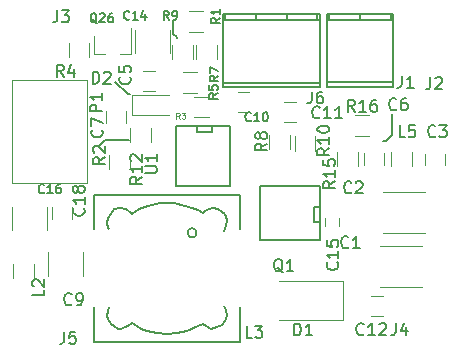
<source format=gto>
G04 #@! TF.GenerationSoftware,KiCad,Pcbnew,5.1.6-c6e7f7d~87~ubuntu20.04.1*
G04 #@! TF.CreationDate,2021-06-05T20:06:15-07:00*
G04 #@! TF.ProjectId,NixieSupply5vto170vDCMBoostMini,4e697869-6553-4757-9070-6c793576746f,rev?*
G04 #@! TF.SameCoordinates,Original*
G04 #@! TF.FileFunction,Legend,Top*
G04 #@! TF.FilePolarity,Positive*
%FSLAX46Y46*%
G04 Gerber Fmt 4.6, Leading zero omitted, Abs format (unit mm)*
G04 Created by KiCad (PCBNEW 5.1.6-c6e7f7d~87~ubuntu20.04.1) date 2021-06-05 20:06:15*
%MOMM*%
%LPD*%
G01*
G04 APERTURE LIST*
%ADD10C,0.200000*%
%ADD11C,0.120000*%
%ADD12C,0.150000*%
%ADD13C,0.125000*%
G04 APERTURE END LIST*
D10*
X150403560Y-84719160D02*
X150403560Y-84795360D01*
X150083520Y-84399120D02*
X150403560Y-84719160D01*
X150083520Y-83332320D02*
X150083520Y-84399120D01*
X146304000Y-89535000D02*
X146494500Y-89535000D01*
X145224500Y-88455500D02*
X146304000Y-89535000D01*
X144335500Y-93408500D02*
X143954500Y-93789500D01*
X146367500Y-93408500D02*
X144335500Y-93408500D01*
X168148000Y-93472000D02*
X167894000Y-93472000D01*
X168656000Y-92964000D02*
X168148000Y-93472000D01*
X168656000Y-91186000D02*
X168656000Y-92964000D01*
D11*
G04 #@! TO.C,Q26*
X143398120Y-86086220D02*
X143398120Y-84626220D01*
X146558120Y-86086220D02*
X146558120Y-83926220D01*
X146558120Y-86086220D02*
X145628120Y-86086220D01*
X143398120Y-86086220D02*
X144328120Y-86086220D01*
D12*
G04 #@! TO.C,U1*
X152146000Y-92710000D02*
X152146000Y-92202000D01*
X153416000Y-92710000D02*
X152146000Y-92710000D01*
X153416000Y-92202000D02*
X153416000Y-92710000D01*
X150368000Y-92202000D02*
X154940000Y-92202000D01*
X150368000Y-97282000D02*
X150368000Y-92202000D01*
X154940000Y-97282000D02*
X150368000Y-97282000D01*
X154940000Y-92202000D02*
X154940000Y-97282000D01*
D11*
G04 #@! TO.C,P1*
X136432000Y-88360000D02*
X142842000Y-88360000D01*
X142842000Y-97060000D02*
X136432000Y-97060000D01*
X142842000Y-88360000D02*
X142842000Y-97060000D01*
X136432000Y-88360000D02*
X136432000Y-97060000D01*
G04 #@! TO.C,R16*
X165516000Y-91322000D02*
X166716000Y-91322000D01*
X166716000Y-93082000D02*
X165516000Y-93082000D01*
G04 #@! TO.C,R15*
X163966000Y-95596000D02*
X163966000Y-94396000D01*
X165726000Y-94396000D02*
X165726000Y-95596000D01*
G04 #@! TO.C,R10*
X160397300Y-94300600D02*
X160397300Y-93100600D01*
X162157300Y-93100600D02*
X162157300Y-94300600D01*
G04 #@! TO.C,R8*
X158263700Y-94173600D02*
X158263700Y-92973600D01*
X160023700Y-92973600D02*
X160023700Y-94173600D01*
G04 #@! TO.C,R5*
X152154180Y-89401540D02*
X150954180Y-89401540D01*
X150954180Y-87641540D02*
X152154180Y-87641540D01*
G04 #@! TO.C,R3*
X153114300Y-91481800D02*
X151914300Y-91481800D01*
X151914300Y-89721800D02*
X153114300Y-89721800D01*
G04 #@! TO.C,R2*
X148200000Y-92364000D02*
X148200000Y-93564000D01*
X146440000Y-93564000D02*
X146440000Y-92364000D01*
G04 #@! TO.C,L5*
X170336100Y-94434100D02*
X170336100Y-95634100D01*
X168576100Y-95634100D02*
X168576100Y-94434100D01*
G04 #@! TO.C,L2*
X136523840Y-105105760D02*
X136523840Y-103905760D01*
X138283840Y-103905760D02*
X138283840Y-105105760D01*
G04 #@! TO.C,C15*
X164176000Y-99980000D02*
X164176000Y-100680000D01*
X162976000Y-100680000D02*
X162976000Y-99980000D01*
G04 #@! TO.C,C11*
X159520000Y-91909000D02*
X160520000Y-91909000D01*
X160520000Y-90209000D02*
X159520000Y-90209000D01*
G04 #@! TO.C,C7*
X146138000Y-91940000D02*
X146138000Y-90940000D01*
X144438000Y-90940000D02*
X144438000Y-91940000D01*
G04 #@! TO.C,C5*
X147582000Y-89242000D02*
X148582000Y-89242000D01*
X148582000Y-87542000D02*
X147582000Y-87542000D01*
D12*
G04 #@! TO.C,Q1*
X162052000Y-99060000D02*
X162560000Y-99060000D01*
X162052000Y-100330000D02*
X162052000Y-99060000D01*
X162560000Y-100330000D02*
X162052000Y-100330000D01*
X162560000Y-97282000D02*
X162560000Y-101854000D01*
X157480000Y-97282000D02*
X162560000Y-97282000D01*
X157480000Y-101854000D02*
X157480000Y-97282000D01*
X162560000Y-101854000D02*
X157480000Y-101854000D01*
D11*
G04 #@! TO.C,R4*
X143023480Y-85155480D02*
X143023480Y-86355480D01*
X141263480Y-86355480D02*
X141263480Y-85155480D01*
G04 #@! TO.C,C12*
X166886000Y-108292000D02*
X167886000Y-108292000D01*
X167886000Y-106592000D02*
X166886000Y-106592000D01*
G04 #@! TO.C,C6*
X167982000Y-95496000D02*
X167982000Y-94496000D01*
X166282000Y-94496000D02*
X166282000Y-95496000D01*
G04 #@! TO.C,D2*
X146608720Y-89584160D02*
X149758720Y-89584160D01*
X146608720Y-91284160D02*
X149758720Y-91284160D01*
X146608720Y-89584160D02*
X146608720Y-91284160D01*
G04 #@! TO.C,R7*
X152083880Y-86568840D02*
X152083880Y-85368840D01*
X153843880Y-85368840D02*
X153843880Y-86568840D01*
G04 #@! TO.C,R9*
X151771240Y-85338360D02*
X151771240Y-86538360D01*
X150011240Y-86538360D02*
X150011240Y-85338360D01*
G04 #@! TO.C,C18*
X141553300Y-100055300D02*
X141553300Y-99055300D01*
X139853300Y-99055300D02*
X139853300Y-100055300D01*
G04 #@! TO.C,R1*
X151421540Y-82492960D02*
X152621540Y-82492960D01*
X152621540Y-84252960D02*
X151421540Y-84252960D01*
G04 #@! TO.C,C3*
X171425500Y-94546800D02*
X171425500Y-95546800D01*
X173125500Y-95546800D02*
X173125500Y-94546800D01*
G04 #@! TO.C,C10*
X155557600Y-91070800D02*
X156557600Y-91070800D01*
X156557600Y-89370800D02*
X155557600Y-89370800D01*
G04 #@! TO.C,R12*
X144662000Y-95850000D02*
X144662000Y-94650000D01*
X146422000Y-94650000D02*
X146422000Y-95850000D01*
D12*
G04 #@! TO.C,L3*
X143405860Y-110467140D02*
X143405860Y-107566460D01*
X155806140Y-110467140D02*
X155806140Y-107566460D01*
X143405860Y-110467140D02*
X155806140Y-110467140D01*
X143405860Y-98066860D02*
X143405860Y-100967540D01*
X155806140Y-98066860D02*
X143405860Y-98066860D01*
X155806140Y-100967540D02*
X155806140Y-98066860D01*
X154607260Y-107767120D02*
X154406600Y-107467400D01*
X154706320Y-108267500D02*
X154607260Y-107767120D01*
X154505660Y-108767880D02*
X154706320Y-108267500D01*
X154205940Y-109067600D02*
X154505660Y-108767880D01*
X153807160Y-109268260D02*
X154205940Y-109067600D01*
X153306780Y-109367320D02*
X153807160Y-109268260D01*
X152905460Y-109166660D02*
X153306780Y-109367320D01*
X152605740Y-108966000D02*
X152905460Y-109166660D01*
X152206960Y-109166660D02*
X152605740Y-108966000D01*
X151305260Y-109567980D02*
X152206960Y-109166660D01*
X150406100Y-109766100D02*
X151305260Y-109567980D01*
X149606000Y-109867700D02*
X150406100Y-109766100D01*
X148706840Y-109766100D02*
X149606000Y-109867700D01*
X147906740Y-109567980D02*
X148706840Y-109766100D01*
X147406360Y-109367320D02*
X147906740Y-109567980D01*
X147005040Y-109166660D02*
X147406360Y-109367320D01*
X146606260Y-108866940D02*
X147005040Y-109166660D01*
X146306540Y-109166660D02*
X146606260Y-108866940D01*
X146006820Y-109268260D02*
X146306540Y-109166660D01*
X145707100Y-109367320D02*
X146006820Y-109268260D01*
X145404840Y-109367320D02*
X145707100Y-109367320D01*
X145105120Y-109166660D02*
X145404840Y-109367320D01*
X144805400Y-108966000D02*
X145105120Y-109166660D01*
X144604740Y-108567220D02*
X144805400Y-108966000D01*
X144505680Y-108267500D02*
X144604740Y-108567220D01*
X144604740Y-107866180D02*
X144505680Y-108267500D01*
X144706340Y-107566460D02*
X144604740Y-107866180D01*
X154607260Y-100667820D02*
X154406600Y-101066600D01*
X154706320Y-100167440D02*
X154607260Y-100667820D01*
X154505660Y-99667060D02*
X154706320Y-100167440D01*
X154205940Y-99466400D02*
X154505660Y-99667060D01*
X153906220Y-99265740D02*
X154205940Y-99466400D01*
X153504900Y-99166680D02*
X153906220Y-99265740D01*
X152905460Y-99367340D02*
X153504900Y-99166680D01*
X152605740Y-99568000D02*
X152905460Y-99367340D01*
X152206960Y-99367340D02*
X152605740Y-99568000D01*
X151706580Y-99166680D02*
X152206960Y-99367340D01*
X151107140Y-98966020D02*
X151706580Y-99166680D01*
X150205440Y-98767900D02*
X151107140Y-98966020D01*
X149006560Y-98767900D02*
X150205440Y-98767900D01*
X148005800Y-98966020D02*
X149006560Y-98767900D01*
X147205700Y-99265740D02*
X148005800Y-98966020D01*
X146606260Y-99667060D02*
X147205700Y-99265740D01*
X146507200Y-99568000D02*
X146606260Y-99667060D01*
X146105880Y-99265740D02*
X146507200Y-99568000D01*
X145605500Y-99166680D02*
X146105880Y-99265740D01*
X145105120Y-99265740D02*
X145605500Y-99166680D01*
X144805400Y-99667060D02*
X145105120Y-99265740D01*
X144604740Y-99966780D02*
X144805400Y-99667060D01*
X144505680Y-100467160D02*
X144604740Y-99966780D01*
X144604740Y-100865940D02*
X144505680Y-100467160D01*
X144706340Y-100967540D02*
X144604740Y-100865940D01*
X152097814Y-101267260D02*
G75*
G03*
X152097814Y-101267260I-391234J0D01*
G01*
D11*
G04 #@! TO.C,C1*
X167618000Y-105870000D02*
X171218000Y-105870000D01*
X171218000Y-102410000D02*
X167618000Y-102410000D01*
G04 #@! TO.C,C2*
X167872000Y-101298000D02*
X171472000Y-101298000D01*
X171472000Y-97838000D02*
X167872000Y-97838000D01*
G04 #@! TO.C,C9*
X142450000Y-104886000D02*
X142450000Y-102886000D01*
X139490000Y-102886000D02*
X139490000Y-104886000D01*
G04 #@! TO.C,C16*
X139391840Y-101055680D02*
X139391840Y-99055680D01*
X136431840Y-99055680D02*
X136431840Y-101055680D01*
G04 #@! TO.C,D1*
X164499500Y-108647500D02*
X159099500Y-108647500D01*
X164499500Y-105347500D02*
X159099500Y-105347500D01*
X164499500Y-108647500D02*
X164499500Y-105347500D01*
D12*
G04 #@! TO.C,J1*
X168742360Y-88930480D02*
X168742360Y-82732880D01*
X163144200Y-88930480D02*
X168742360Y-88930480D01*
X163144200Y-82732880D02*
X163144200Y-88930480D01*
X168742360Y-82732880D02*
X163144200Y-82732880D01*
X168742360Y-88531700D02*
X163144200Y-88531700D01*
X165943280Y-82732880D02*
X165943280Y-83230720D01*
X163342320Y-83230720D02*
X163342320Y-82732880D01*
X168544240Y-82732880D02*
X168544240Y-83230720D01*
X163144200Y-83230720D02*
X168742360Y-83230720D01*
G04 #@! TO.C,J6*
X162511740Y-88950800D02*
X162511740Y-82753200D01*
X154315160Y-82753200D02*
X154315160Y-88950800D01*
X159712660Y-82753200D02*
X159712660Y-83251040D01*
X154513280Y-83251040D02*
X154513280Y-82753200D01*
X162313620Y-82753200D02*
X162313620Y-83251040D01*
X157114240Y-83251040D02*
X157114240Y-82753200D01*
X162514280Y-82753200D02*
X154315160Y-82753200D01*
X154315160Y-83251040D02*
X162514280Y-83251040D01*
X154315160Y-88552020D02*
X162514280Y-88552020D01*
X154315160Y-88950800D02*
X162514280Y-88950800D01*
D11*
G04 #@! TO.C,C14*
X149831240Y-86074760D02*
X149831240Y-84074760D01*
X146871240Y-84074760D02*
X146871240Y-86074760D01*
G04 #@! TO.C,J2*
D12*
X171878666Y-88098380D02*
X171878666Y-88812666D01*
X171831047Y-88955523D01*
X171735809Y-89050761D01*
X171592952Y-89098380D01*
X171497714Y-89098380D01*
X172307238Y-88193619D02*
X172354857Y-88146000D01*
X172450095Y-88098380D01*
X172688190Y-88098380D01*
X172783428Y-88146000D01*
X172831047Y-88193619D01*
X172878666Y-88288857D01*
X172878666Y-88384095D01*
X172831047Y-88526952D01*
X172259619Y-89098380D01*
X172878666Y-89098380D01*
G04 #@! TO.C,Q26*
X143650388Y-83514434D02*
X143578960Y-83478720D01*
X143507531Y-83407291D01*
X143400388Y-83300148D01*
X143328960Y-83264434D01*
X143257531Y-83264434D01*
X143293245Y-83443005D02*
X143221817Y-83407291D01*
X143150388Y-83335862D01*
X143114674Y-83193005D01*
X143114674Y-82943005D01*
X143150388Y-82800148D01*
X143221817Y-82728720D01*
X143293245Y-82693005D01*
X143436102Y-82693005D01*
X143507531Y-82728720D01*
X143578960Y-82800148D01*
X143614674Y-82943005D01*
X143614674Y-83193005D01*
X143578960Y-83335862D01*
X143507531Y-83407291D01*
X143436102Y-83443005D01*
X143293245Y-83443005D01*
X143900388Y-82764434D02*
X143936102Y-82728720D01*
X144007531Y-82693005D01*
X144186102Y-82693005D01*
X144257531Y-82728720D01*
X144293245Y-82764434D01*
X144328960Y-82835862D01*
X144328960Y-82907291D01*
X144293245Y-83014434D01*
X143864674Y-83443005D01*
X144328960Y-83443005D01*
X144971817Y-82693005D02*
X144828960Y-82693005D01*
X144757531Y-82728720D01*
X144721817Y-82764434D01*
X144650388Y-82871577D01*
X144614674Y-83014434D01*
X144614674Y-83300148D01*
X144650388Y-83371577D01*
X144686102Y-83407291D01*
X144757531Y-83443005D01*
X144900388Y-83443005D01*
X144971817Y-83407291D01*
X145007531Y-83371577D01*
X145043245Y-83300148D01*
X145043245Y-83121577D01*
X145007531Y-83050148D01*
X144971817Y-83014434D01*
X144900388Y-82978720D01*
X144757531Y-82978720D01*
X144686102Y-83014434D01*
X144650388Y-83050148D01*
X144614674Y-83121577D01*
G04 #@! TO.C,U1*
X147724880Y-96202404D02*
X148534404Y-96202404D01*
X148629642Y-96154785D01*
X148677261Y-96107166D01*
X148724880Y-96011928D01*
X148724880Y-95821452D01*
X148677261Y-95726214D01*
X148629642Y-95678595D01*
X148534404Y-95630976D01*
X147724880Y-95630976D01*
X148724880Y-94630976D02*
X148724880Y-95202404D01*
X148724880Y-94916690D02*
X147724880Y-94916690D01*
X147867738Y-95011928D01*
X147962976Y-95107166D01*
X148010595Y-95202404D01*
G04 #@! TO.C,P1*
X144089380Y-90971595D02*
X143089380Y-90971595D01*
X143089380Y-90590642D01*
X143137000Y-90495404D01*
X143184619Y-90447785D01*
X143279857Y-90400166D01*
X143422714Y-90400166D01*
X143517952Y-90447785D01*
X143565571Y-90495404D01*
X143613190Y-90590642D01*
X143613190Y-90971595D01*
X144089380Y-89447785D02*
X144089380Y-90019214D01*
X144089380Y-89733500D02*
X143089380Y-89733500D01*
X143232238Y-89828738D01*
X143327476Y-89923976D01*
X143375095Y-90019214D01*
G04 #@! TO.C,R16*
X165473142Y-91004380D02*
X165139809Y-90528190D01*
X164901714Y-91004380D02*
X164901714Y-90004380D01*
X165282666Y-90004380D01*
X165377904Y-90052000D01*
X165425523Y-90099619D01*
X165473142Y-90194857D01*
X165473142Y-90337714D01*
X165425523Y-90432952D01*
X165377904Y-90480571D01*
X165282666Y-90528190D01*
X164901714Y-90528190D01*
X166425523Y-91004380D02*
X165854095Y-91004380D01*
X166139809Y-91004380D02*
X166139809Y-90004380D01*
X166044571Y-90147238D01*
X165949333Y-90242476D01*
X165854095Y-90290095D01*
X167282666Y-90004380D02*
X167092190Y-90004380D01*
X166996952Y-90052000D01*
X166949333Y-90099619D01*
X166854095Y-90242476D01*
X166806476Y-90432952D01*
X166806476Y-90813904D01*
X166854095Y-90909142D01*
X166901714Y-90956761D01*
X166996952Y-91004380D01*
X167187428Y-91004380D01*
X167282666Y-90956761D01*
X167330285Y-90909142D01*
X167377904Y-90813904D01*
X167377904Y-90575809D01*
X167330285Y-90480571D01*
X167282666Y-90432952D01*
X167187428Y-90385333D01*
X166996952Y-90385333D01*
X166901714Y-90432952D01*
X166854095Y-90480571D01*
X166806476Y-90575809D01*
G04 #@! TO.C,R15*
X163809940Y-96913937D02*
X163333750Y-97247270D01*
X163809940Y-97485365D02*
X162809940Y-97485365D01*
X162809940Y-97104413D01*
X162857560Y-97009175D01*
X162905179Y-96961556D01*
X163000417Y-96913937D01*
X163143274Y-96913937D01*
X163238512Y-96961556D01*
X163286131Y-97009175D01*
X163333750Y-97104413D01*
X163333750Y-97485365D01*
X163809940Y-95961556D02*
X163809940Y-96532984D01*
X163809940Y-96247270D02*
X162809940Y-96247270D01*
X162952798Y-96342508D01*
X163048036Y-96437746D01*
X163095655Y-96532984D01*
X162809940Y-95056794D02*
X162809940Y-95532984D01*
X163286131Y-95580603D01*
X163238512Y-95532984D01*
X163190893Y-95437746D01*
X163190893Y-95199651D01*
X163238512Y-95104413D01*
X163286131Y-95056794D01*
X163381369Y-95009175D01*
X163619464Y-95009175D01*
X163714702Y-95056794D01*
X163762321Y-95104413D01*
X163809940Y-95199651D01*
X163809940Y-95437746D01*
X163762321Y-95532984D01*
X163714702Y-95580603D01*
G04 #@! TO.C,R10*
X163319720Y-94107237D02*
X162843530Y-94440570D01*
X163319720Y-94678665D02*
X162319720Y-94678665D01*
X162319720Y-94297713D01*
X162367340Y-94202475D01*
X162414959Y-94154856D01*
X162510197Y-94107237D01*
X162653054Y-94107237D01*
X162748292Y-94154856D01*
X162795911Y-94202475D01*
X162843530Y-94297713D01*
X162843530Y-94678665D01*
X163319720Y-93154856D02*
X163319720Y-93726284D01*
X163319720Y-93440570D02*
X162319720Y-93440570D01*
X162462578Y-93535808D01*
X162557816Y-93631046D01*
X162605435Y-93726284D01*
X162319720Y-92535808D02*
X162319720Y-92440570D01*
X162367340Y-92345332D01*
X162414959Y-92297713D01*
X162510197Y-92250094D01*
X162700673Y-92202475D01*
X162938768Y-92202475D01*
X163129244Y-92250094D01*
X163224482Y-92297713D01*
X163272101Y-92345332D01*
X163319720Y-92440570D01*
X163319720Y-92535808D01*
X163272101Y-92631046D01*
X163224482Y-92678665D01*
X163129244Y-92726284D01*
X162938768Y-92773903D01*
X162700673Y-92773903D01*
X162510197Y-92726284D01*
X162414959Y-92678665D01*
X162367340Y-92631046D01*
X162319720Y-92535808D01*
G04 #@! TO.C,R8*
X158059380Y-93702166D02*
X157583190Y-94035500D01*
X158059380Y-94273595D02*
X157059380Y-94273595D01*
X157059380Y-93892642D01*
X157107000Y-93797404D01*
X157154619Y-93749785D01*
X157249857Y-93702166D01*
X157392714Y-93702166D01*
X157487952Y-93749785D01*
X157535571Y-93797404D01*
X157583190Y-93892642D01*
X157583190Y-94273595D01*
X157487952Y-93130738D02*
X157440333Y-93225976D01*
X157392714Y-93273595D01*
X157297476Y-93321214D01*
X157249857Y-93321214D01*
X157154619Y-93273595D01*
X157107000Y-93225976D01*
X157059380Y-93130738D01*
X157059380Y-92940261D01*
X157107000Y-92845023D01*
X157154619Y-92797404D01*
X157249857Y-92749785D01*
X157297476Y-92749785D01*
X157392714Y-92797404D01*
X157440333Y-92845023D01*
X157487952Y-92940261D01*
X157487952Y-93130738D01*
X157535571Y-93225976D01*
X157583190Y-93273595D01*
X157678428Y-93321214D01*
X157868904Y-93321214D01*
X157964142Y-93273595D01*
X158011761Y-93225976D01*
X158059380Y-93130738D01*
X158059380Y-92940261D01*
X158011761Y-92845023D01*
X157964142Y-92797404D01*
X157868904Y-92749785D01*
X157678428Y-92749785D01*
X157583190Y-92797404D01*
X157535571Y-92845023D01*
X157487952Y-92940261D01*
G04 #@! TO.C,R5*
X153872125Y-89461880D02*
X153514982Y-89711880D01*
X153872125Y-89890451D02*
X153122125Y-89890451D01*
X153122125Y-89604737D01*
X153157840Y-89533308D01*
X153193554Y-89497594D01*
X153264982Y-89461880D01*
X153372125Y-89461880D01*
X153443554Y-89497594D01*
X153479268Y-89533308D01*
X153514982Y-89604737D01*
X153514982Y-89890451D01*
X153122125Y-88783308D02*
X153122125Y-89140451D01*
X153479268Y-89176165D01*
X153443554Y-89140451D01*
X153407840Y-89069022D01*
X153407840Y-88890451D01*
X153443554Y-88819022D01*
X153479268Y-88783308D01*
X153550697Y-88747594D01*
X153729268Y-88747594D01*
X153800697Y-88783308D01*
X153836411Y-88819022D01*
X153872125Y-88890451D01*
X153872125Y-89069022D01*
X153836411Y-89140451D01*
X153800697Y-89176165D01*
G04 #@! TO.C,R3*
D13*
X150665666Y-91602690D02*
X150499000Y-91364595D01*
X150379952Y-91602690D02*
X150379952Y-91102690D01*
X150570428Y-91102690D01*
X150618047Y-91126500D01*
X150641857Y-91150309D01*
X150665666Y-91197928D01*
X150665666Y-91269357D01*
X150641857Y-91316976D01*
X150618047Y-91340785D01*
X150570428Y-91364595D01*
X150379952Y-91364595D01*
X150832333Y-91102690D02*
X151141857Y-91102690D01*
X150975190Y-91293166D01*
X151046619Y-91293166D01*
X151094238Y-91316976D01*
X151118047Y-91340785D01*
X151141857Y-91388404D01*
X151141857Y-91507452D01*
X151118047Y-91555071D01*
X151094238Y-91578880D01*
X151046619Y-91602690D01*
X150903761Y-91602690D01*
X150856142Y-91578880D01*
X150832333Y-91555071D01*
G04 #@! TO.C,R2*
D12*
X144343380Y-94845166D02*
X143867190Y-95178500D01*
X144343380Y-95416595D02*
X143343380Y-95416595D01*
X143343380Y-95035642D01*
X143391000Y-94940404D01*
X143438619Y-94892785D01*
X143533857Y-94845166D01*
X143676714Y-94845166D01*
X143771952Y-94892785D01*
X143819571Y-94940404D01*
X143867190Y-95035642D01*
X143867190Y-95416595D01*
X143438619Y-94464214D02*
X143391000Y-94416595D01*
X143343380Y-94321357D01*
X143343380Y-94083261D01*
X143391000Y-93988023D01*
X143438619Y-93940404D01*
X143533857Y-93892785D01*
X143629095Y-93892785D01*
X143771952Y-93940404D01*
X144343380Y-94511833D01*
X144343380Y-93892785D01*
G04 #@! TO.C,L5*
X169759333Y-93162380D02*
X169283142Y-93162380D01*
X169283142Y-92162380D01*
X170568857Y-92162380D02*
X170092666Y-92162380D01*
X170045047Y-92638571D01*
X170092666Y-92590952D01*
X170187904Y-92543333D01*
X170426000Y-92543333D01*
X170521238Y-92590952D01*
X170568857Y-92638571D01*
X170616476Y-92733809D01*
X170616476Y-92971904D01*
X170568857Y-93067142D01*
X170521238Y-93114761D01*
X170426000Y-93162380D01*
X170187904Y-93162380D01*
X170092666Y-93114761D01*
X170045047Y-93067142D01*
G04 #@! TO.C,L2*
X139197340Y-106069426D02*
X139197340Y-106545617D01*
X138197340Y-106545617D01*
X138292579Y-105783712D02*
X138244960Y-105736093D01*
X138197340Y-105640855D01*
X138197340Y-105402760D01*
X138244960Y-105307521D01*
X138292579Y-105259902D01*
X138387817Y-105212283D01*
X138483055Y-105212283D01*
X138625912Y-105259902D01*
X139197340Y-105831331D01*
X139197340Y-105212283D01*
G04 #@! TO.C,C15*
X163996642Y-103766857D02*
X164044261Y-103814476D01*
X164091880Y-103957333D01*
X164091880Y-104052571D01*
X164044261Y-104195428D01*
X163949023Y-104290666D01*
X163853785Y-104338285D01*
X163663309Y-104385904D01*
X163520452Y-104385904D01*
X163329976Y-104338285D01*
X163234738Y-104290666D01*
X163139500Y-104195428D01*
X163091880Y-104052571D01*
X163091880Y-103957333D01*
X163139500Y-103814476D01*
X163187119Y-103766857D01*
X164091880Y-102814476D02*
X164091880Y-103385904D01*
X164091880Y-103100190D02*
X163091880Y-103100190D01*
X163234738Y-103195428D01*
X163329976Y-103290666D01*
X163377595Y-103385904D01*
X163091880Y-101909714D02*
X163091880Y-102385904D01*
X163568071Y-102433523D01*
X163520452Y-102385904D01*
X163472833Y-102290666D01*
X163472833Y-102052571D01*
X163520452Y-101957333D01*
X163568071Y-101909714D01*
X163663309Y-101862095D01*
X163901404Y-101862095D01*
X163996642Y-101909714D01*
X164044261Y-101957333D01*
X164091880Y-102052571D01*
X164091880Y-102290666D01*
X164044261Y-102385904D01*
X163996642Y-102433523D01*
G04 #@! TO.C,C11*
X162508962Y-91466942D02*
X162461343Y-91514561D01*
X162318486Y-91562180D01*
X162223248Y-91562180D01*
X162080391Y-91514561D01*
X161985153Y-91419323D01*
X161937534Y-91324085D01*
X161889915Y-91133609D01*
X161889915Y-90990752D01*
X161937534Y-90800276D01*
X161985153Y-90705038D01*
X162080391Y-90609800D01*
X162223248Y-90562180D01*
X162318486Y-90562180D01*
X162461343Y-90609800D01*
X162508962Y-90657419D01*
X163461343Y-91562180D02*
X162889915Y-91562180D01*
X163175629Y-91562180D02*
X163175629Y-90562180D01*
X163080391Y-90705038D01*
X162985153Y-90800276D01*
X162889915Y-90847895D01*
X164413724Y-91562180D02*
X163842296Y-91562180D01*
X164128010Y-91562180D02*
X164128010Y-90562180D01*
X164032772Y-90705038D01*
X163937534Y-90800276D01*
X163842296Y-90847895D01*
G04 #@! TO.C,C7*
X144057642Y-92559166D02*
X144105261Y-92606785D01*
X144152880Y-92749642D01*
X144152880Y-92844880D01*
X144105261Y-92987738D01*
X144010023Y-93082976D01*
X143914785Y-93130595D01*
X143724309Y-93178214D01*
X143581452Y-93178214D01*
X143390976Y-93130595D01*
X143295738Y-93082976D01*
X143200500Y-92987738D01*
X143152880Y-92844880D01*
X143152880Y-92749642D01*
X143200500Y-92606785D01*
X143248119Y-92559166D01*
X143152880Y-92225833D02*
X143152880Y-91559166D01*
X144152880Y-91987738D01*
G04 #@! TO.C,C5*
X146437622Y-88050666D02*
X146485241Y-88098285D01*
X146532860Y-88241142D01*
X146532860Y-88336380D01*
X146485241Y-88479238D01*
X146390003Y-88574476D01*
X146294765Y-88622095D01*
X146104289Y-88669714D01*
X145961432Y-88669714D01*
X145770956Y-88622095D01*
X145675718Y-88574476D01*
X145580480Y-88479238D01*
X145532860Y-88336380D01*
X145532860Y-88241142D01*
X145580480Y-88098285D01*
X145628099Y-88050666D01*
X145532860Y-87145904D02*
X145532860Y-87622095D01*
X146009051Y-87669714D01*
X145961432Y-87622095D01*
X145913813Y-87526857D01*
X145913813Y-87288761D01*
X145961432Y-87193523D01*
X146009051Y-87145904D01*
X146104289Y-87098285D01*
X146342384Y-87098285D01*
X146437622Y-87145904D01*
X146485241Y-87193523D01*
X146532860Y-87288761D01*
X146532860Y-87526857D01*
X146485241Y-87622095D01*
X146437622Y-87669714D01*
G04 #@! TO.C,Q1*
X159388821Y-104596179D02*
X159293583Y-104548560D01*
X159198345Y-104453321D01*
X159055488Y-104310464D01*
X158960250Y-104262845D01*
X158865012Y-104262845D01*
X158912631Y-104500940D02*
X158817393Y-104453321D01*
X158722155Y-104358083D01*
X158674536Y-104167607D01*
X158674536Y-103834274D01*
X158722155Y-103643798D01*
X158817393Y-103548560D01*
X158912631Y-103500940D01*
X159103107Y-103500940D01*
X159198345Y-103548560D01*
X159293583Y-103643798D01*
X159341202Y-103834274D01*
X159341202Y-104167607D01*
X159293583Y-104358083D01*
X159198345Y-104453321D01*
X159103107Y-104500940D01*
X158912631Y-104500940D01*
X160293583Y-104500940D02*
X159722155Y-104500940D01*
X160007869Y-104500940D02*
X160007869Y-103500940D01*
X159912631Y-103643798D01*
X159817393Y-103739036D01*
X159722155Y-103786655D01*
G04 #@! TO.C,R4*
X140833813Y-88041740D02*
X140500480Y-87565550D01*
X140262384Y-88041740D02*
X140262384Y-87041740D01*
X140643337Y-87041740D01*
X140738575Y-87089360D01*
X140786194Y-87136979D01*
X140833813Y-87232217D01*
X140833813Y-87375074D01*
X140786194Y-87470312D01*
X140738575Y-87517931D01*
X140643337Y-87565550D01*
X140262384Y-87565550D01*
X141690956Y-87375074D02*
X141690956Y-88041740D01*
X141452860Y-86994121D02*
X141214765Y-87708407D01*
X141833813Y-87708407D01*
G04 #@! TO.C,C12*
X166235142Y-109831142D02*
X166187523Y-109878761D01*
X166044666Y-109926380D01*
X165949428Y-109926380D01*
X165806571Y-109878761D01*
X165711333Y-109783523D01*
X165663714Y-109688285D01*
X165616095Y-109497809D01*
X165616095Y-109354952D01*
X165663714Y-109164476D01*
X165711333Y-109069238D01*
X165806571Y-108974000D01*
X165949428Y-108926380D01*
X166044666Y-108926380D01*
X166187523Y-108974000D01*
X166235142Y-109021619D01*
X167187523Y-109926380D02*
X166616095Y-109926380D01*
X166901809Y-109926380D02*
X166901809Y-108926380D01*
X166806571Y-109069238D01*
X166711333Y-109164476D01*
X166616095Y-109212095D01*
X167568476Y-109021619D02*
X167616095Y-108974000D01*
X167711333Y-108926380D01*
X167949428Y-108926380D01*
X168044666Y-108974000D01*
X168092285Y-109021619D01*
X168139904Y-109116857D01*
X168139904Y-109212095D01*
X168092285Y-109354952D01*
X167520857Y-109926380D01*
X168139904Y-109926380D01*
G04 #@! TO.C,C6*
X168997333Y-90781142D02*
X168949714Y-90828761D01*
X168806857Y-90876380D01*
X168711619Y-90876380D01*
X168568761Y-90828761D01*
X168473523Y-90733523D01*
X168425904Y-90638285D01*
X168378285Y-90447809D01*
X168378285Y-90304952D01*
X168425904Y-90114476D01*
X168473523Y-90019238D01*
X168568761Y-89924000D01*
X168711619Y-89876380D01*
X168806857Y-89876380D01*
X168949714Y-89924000D01*
X168997333Y-89971619D01*
X169854476Y-89876380D02*
X169664000Y-89876380D01*
X169568761Y-89924000D01*
X169521142Y-89971619D01*
X169425904Y-90114476D01*
X169378285Y-90304952D01*
X169378285Y-90685904D01*
X169425904Y-90781142D01*
X169473523Y-90828761D01*
X169568761Y-90876380D01*
X169759238Y-90876380D01*
X169854476Y-90828761D01*
X169902095Y-90781142D01*
X169949714Y-90685904D01*
X169949714Y-90447809D01*
X169902095Y-90352571D01*
X169854476Y-90304952D01*
X169759238Y-90257333D01*
X169568761Y-90257333D01*
X169473523Y-90304952D01*
X169425904Y-90352571D01*
X169378285Y-90447809D01*
G04 #@! TO.C,D2*
X143290064Y-88620860D02*
X143290064Y-87620860D01*
X143528160Y-87620860D01*
X143671017Y-87668480D01*
X143766255Y-87763718D01*
X143813874Y-87858956D01*
X143861493Y-88049432D01*
X143861493Y-88192289D01*
X143813874Y-88382765D01*
X143766255Y-88478003D01*
X143671017Y-88573241D01*
X143528160Y-88620860D01*
X143290064Y-88620860D01*
X144242445Y-87716099D02*
X144290064Y-87668480D01*
X144385302Y-87620860D01*
X144623398Y-87620860D01*
X144718636Y-87668480D01*
X144766255Y-87716099D01*
X144813874Y-87811337D01*
X144813874Y-87906575D01*
X144766255Y-88049432D01*
X144194826Y-88620860D01*
X144813874Y-88620860D01*
G04 #@! TO.C,R7*
X153943245Y-87968360D02*
X153586102Y-88218360D01*
X153943245Y-88396931D02*
X153193245Y-88396931D01*
X153193245Y-88111217D01*
X153228960Y-88039788D01*
X153264674Y-88004074D01*
X153336102Y-87968360D01*
X153443245Y-87968360D01*
X153514674Y-88004074D01*
X153550388Y-88039788D01*
X153586102Y-88111217D01*
X153586102Y-88396931D01*
X153193245Y-87718360D02*
X153193245Y-87218360D01*
X153943245Y-87539788D01*
G04 #@! TO.C,R9*
X149737540Y-83206785D02*
X149487540Y-82849642D01*
X149308968Y-83206785D02*
X149308968Y-82456785D01*
X149594682Y-82456785D01*
X149666111Y-82492500D01*
X149701825Y-82528214D01*
X149737540Y-82599642D01*
X149737540Y-82706785D01*
X149701825Y-82778214D01*
X149666111Y-82813928D01*
X149594682Y-82849642D01*
X149308968Y-82849642D01*
X150094682Y-83206785D02*
X150237540Y-83206785D01*
X150308968Y-83171071D01*
X150344682Y-83135357D01*
X150416111Y-83028214D01*
X150451825Y-82885357D01*
X150451825Y-82599642D01*
X150416111Y-82528214D01*
X150380397Y-82492500D01*
X150308968Y-82456785D01*
X150166111Y-82456785D01*
X150094682Y-82492500D01*
X150058968Y-82528214D01*
X150023254Y-82599642D01*
X150023254Y-82778214D01*
X150058968Y-82849642D01*
X150094682Y-82885357D01*
X150166111Y-82921071D01*
X150308968Y-82921071D01*
X150380397Y-82885357D01*
X150416111Y-82849642D01*
X150451825Y-82778214D01*
G04 #@! TO.C,C18*
X142520942Y-99182157D02*
X142568561Y-99229776D01*
X142616180Y-99372633D01*
X142616180Y-99467871D01*
X142568561Y-99610728D01*
X142473323Y-99705966D01*
X142378085Y-99753585D01*
X142187609Y-99801204D01*
X142044752Y-99801204D01*
X141854276Y-99753585D01*
X141759038Y-99705966D01*
X141663800Y-99610728D01*
X141616180Y-99467871D01*
X141616180Y-99372633D01*
X141663800Y-99229776D01*
X141711419Y-99182157D01*
X142616180Y-98229776D02*
X142616180Y-98801204D01*
X142616180Y-98515490D02*
X141616180Y-98515490D01*
X141759038Y-98610728D01*
X141854276Y-98705966D01*
X141901895Y-98801204D01*
X142044752Y-97658347D02*
X141997133Y-97753585D01*
X141949514Y-97801204D01*
X141854276Y-97848823D01*
X141806657Y-97848823D01*
X141711419Y-97801204D01*
X141663800Y-97753585D01*
X141616180Y-97658347D01*
X141616180Y-97467871D01*
X141663800Y-97372633D01*
X141711419Y-97325014D01*
X141806657Y-97277395D01*
X141854276Y-97277395D01*
X141949514Y-97325014D01*
X141997133Y-97372633D01*
X142044752Y-97467871D01*
X142044752Y-97658347D01*
X142092371Y-97753585D01*
X142139990Y-97801204D01*
X142235228Y-97848823D01*
X142425704Y-97848823D01*
X142520942Y-97801204D01*
X142568561Y-97753585D01*
X142616180Y-97658347D01*
X142616180Y-97467871D01*
X142568561Y-97372633D01*
X142520942Y-97325014D01*
X142425704Y-97277395D01*
X142235228Y-97277395D01*
X142139990Y-97325014D01*
X142092371Y-97372633D01*
X142044752Y-97467871D01*
G04 #@! TO.C,R1*
X154065165Y-83045840D02*
X153708022Y-83295840D01*
X154065165Y-83474411D02*
X153315165Y-83474411D01*
X153315165Y-83188697D01*
X153350880Y-83117268D01*
X153386594Y-83081554D01*
X153458022Y-83045840D01*
X153565165Y-83045840D01*
X153636594Y-83081554D01*
X153672308Y-83117268D01*
X153708022Y-83188697D01*
X153708022Y-83474411D01*
X154065165Y-82331554D02*
X154065165Y-82760125D01*
X154065165Y-82545840D02*
X153315165Y-82545840D01*
X153422308Y-82617268D01*
X153493737Y-82688697D01*
X153529451Y-82760125D01*
G04 #@! TO.C,C3*
X172299333Y-93067142D02*
X172251714Y-93114761D01*
X172108857Y-93162380D01*
X172013619Y-93162380D01*
X171870761Y-93114761D01*
X171775523Y-93019523D01*
X171727904Y-92924285D01*
X171680285Y-92733809D01*
X171680285Y-92590952D01*
X171727904Y-92400476D01*
X171775523Y-92305238D01*
X171870761Y-92210000D01*
X172013619Y-92162380D01*
X172108857Y-92162380D01*
X172251714Y-92210000D01*
X172299333Y-92257619D01*
X172632666Y-92162380D02*
X173251714Y-92162380D01*
X172918380Y-92543333D01*
X173061238Y-92543333D01*
X173156476Y-92590952D01*
X173204095Y-92638571D01*
X173251714Y-92733809D01*
X173251714Y-92971904D01*
X173204095Y-93067142D01*
X173156476Y-93114761D01*
X173061238Y-93162380D01*
X172775523Y-93162380D01*
X172680285Y-93114761D01*
X172632666Y-93067142D01*
G04 #@! TO.C,J4*
X168957666Y-108926380D02*
X168957666Y-109640666D01*
X168910047Y-109783523D01*
X168814809Y-109878761D01*
X168671952Y-109926380D01*
X168576714Y-109926380D01*
X169862428Y-109259714D02*
X169862428Y-109926380D01*
X169624333Y-108878761D02*
X169386238Y-109593047D01*
X170005285Y-109593047D01*
G04 #@! TO.C,J5*
X140877966Y-109650280D02*
X140877966Y-110364566D01*
X140830347Y-110507423D01*
X140735109Y-110602661D01*
X140592252Y-110650280D01*
X140497014Y-110650280D01*
X141830347Y-109650280D02*
X141354157Y-109650280D01*
X141306538Y-110126471D01*
X141354157Y-110078852D01*
X141449395Y-110031233D01*
X141687490Y-110031233D01*
X141782728Y-110078852D01*
X141830347Y-110126471D01*
X141877966Y-110221709D01*
X141877966Y-110459804D01*
X141830347Y-110555042D01*
X141782728Y-110602661D01*
X141687490Y-110650280D01*
X141449395Y-110650280D01*
X141354157Y-110602661D01*
X141306538Y-110555042D01*
G04 #@! TO.C,J3*
X140286146Y-82434180D02*
X140286146Y-83148466D01*
X140238527Y-83291323D01*
X140143289Y-83386561D01*
X140000432Y-83434180D01*
X139905194Y-83434180D01*
X140667099Y-82434180D02*
X141286146Y-82434180D01*
X140952813Y-82815133D01*
X141095670Y-82815133D01*
X141190908Y-82862752D01*
X141238527Y-82910371D01*
X141286146Y-83005609D01*
X141286146Y-83243704D01*
X141238527Y-83338942D01*
X141190908Y-83386561D01*
X141095670Y-83434180D01*
X140809956Y-83434180D01*
X140714718Y-83386561D01*
X140667099Y-83338942D01*
G04 #@! TO.C,C10*
X156693057Y-91748497D02*
X156657342Y-91784211D01*
X156550200Y-91819925D01*
X156478771Y-91819925D01*
X156371628Y-91784211D01*
X156300200Y-91712782D01*
X156264485Y-91641354D01*
X156228771Y-91498497D01*
X156228771Y-91391354D01*
X156264485Y-91248497D01*
X156300200Y-91177068D01*
X156371628Y-91105640D01*
X156478771Y-91069925D01*
X156550200Y-91069925D01*
X156657342Y-91105640D01*
X156693057Y-91141354D01*
X157407342Y-91819925D02*
X156978771Y-91819925D01*
X157193057Y-91819925D02*
X157193057Y-91069925D01*
X157121628Y-91177068D01*
X157050200Y-91248497D01*
X156978771Y-91284211D01*
X157871628Y-91069925D02*
X157943057Y-91069925D01*
X158014485Y-91105640D01*
X158050200Y-91141354D01*
X158085914Y-91212782D01*
X158121628Y-91355640D01*
X158121628Y-91534211D01*
X158085914Y-91677068D01*
X158050200Y-91748497D01*
X158014485Y-91784211D01*
X157943057Y-91819925D01*
X157871628Y-91819925D01*
X157800200Y-91784211D01*
X157764485Y-91748497D01*
X157728771Y-91677068D01*
X157693057Y-91534211D01*
X157693057Y-91355640D01*
X157728771Y-91212782D01*
X157764485Y-91141354D01*
X157800200Y-91105640D01*
X157871628Y-91069925D01*
G04 #@! TO.C,R12*
X147454880Y-96527857D02*
X146978690Y-96861190D01*
X147454880Y-97099285D02*
X146454880Y-97099285D01*
X146454880Y-96718333D01*
X146502500Y-96623095D01*
X146550119Y-96575476D01*
X146645357Y-96527857D01*
X146788214Y-96527857D01*
X146883452Y-96575476D01*
X146931071Y-96623095D01*
X146978690Y-96718333D01*
X146978690Y-97099285D01*
X147454880Y-95575476D02*
X147454880Y-96146904D01*
X147454880Y-95861190D02*
X146454880Y-95861190D01*
X146597738Y-95956428D01*
X146692976Y-96051666D01*
X146740595Y-96146904D01*
X146550119Y-95194523D02*
X146502500Y-95146904D01*
X146454880Y-95051666D01*
X146454880Y-94813571D01*
X146502500Y-94718333D01*
X146550119Y-94670714D01*
X146645357Y-94623095D01*
X146740595Y-94623095D01*
X146883452Y-94670714D01*
X147454880Y-95242142D01*
X147454880Y-94623095D01*
G04 #@! TO.C,L3*
X156800253Y-110144820D02*
X156324062Y-110144820D01*
X156324062Y-109144820D01*
X157038348Y-109144820D02*
X157657396Y-109144820D01*
X157324062Y-109525773D01*
X157466920Y-109525773D01*
X157562158Y-109573392D01*
X157609777Y-109621011D01*
X157657396Y-109716249D01*
X157657396Y-109954344D01*
X157609777Y-110049582D01*
X157562158Y-110097201D01*
X157466920Y-110144820D01*
X157181205Y-110144820D01*
X157085967Y-110097201D01*
X157038348Y-110049582D01*
G04 #@! TO.C,C1*
X164933333Y-102465142D02*
X164885714Y-102512761D01*
X164742857Y-102560380D01*
X164647619Y-102560380D01*
X164504761Y-102512761D01*
X164409523Y-102417523D01*
X164361904Y-102322285D01*
X164314285Y-102131809D01*
X164314285Y-101988952D01*
X164361904Y-101798476D01*
X164409523Y-101703238D01*
X164504761Y-101608000D01*
X164647619Y-101560380D01*
X164742857Y-101560380D01*
X164885714Y-101608000D01*
X164933333Y-101655619D01*
X165885714Y-102560380D02*
X165314285Y-102560380D01*
X165600000Y-102560380D02*
X165600000Y-101560380D01*
X165504761Y-101703238D01*
X165409523Y-101798476D01*
X165314285Y-101846095D01*
G04 #@! TO.C,C2*
X165187333Y-97816942D02*
X165139714Y-97864561D01*
X164996857Y-97912180D01*
X164901619Y-97912180D01*
X164758761Y-97864561D01*
X164663523Y-97769323D01*
X164615904Y-97674085D01*
X164568285Y-97483609D01*
X164568285Y-97340752D01*
X164615904Y-97150276D01*
X164663523Y-97055038D01*
X164758761Y-96959800D01*
X164901619Y-96912180D01*
X164996857Y-96912180D01*
X165139714Y-96959800D01*
X165187333Y-97007419D01*
X165568285Y-97007419D02*
X165615904Y-96959800D01*
X165711142Y-96912180D01*
X165949238Y-96912180D01*
X166044476Y-96959800D01*
X166092095Y-97007419D01*
X166139714Y-97102657D01*
X166139714Y-97197895D01*
X166092095Y-97340752D01*
X165520666Y-97912180D01*
X166139714Y-97912180D01*
G04 #@! TO.C,C9*
X141501833Y-107291142D02*
X141454214Y-107338761D01*
X141311357Y-107386380D01*
X141216119Y-107386380D01*
X141073261Y-107338761D01*
X140978023Y-107243523D01*
X140930404Y-107148285D01*
X140882785Y-106957809D01*
X140882785Y-106814952D01*
X140930404Y-106624476D01*
X140978023Y-106529238D01*
X141073261Y-106434000D01*
X141216119Y-106386380D01*
X141311357Y-106386380D01*
X141454214Y-106434000D01*
X141501833Y-106481619D01*
X141978023Y-107386380D02*
X142168500Y-107386380D01*
X142263738Y-107338761D01*
X142311357Y-107291142D01*
X142406595Y-107148285D01*
X142454214Y-106957809D01*
X142454214Y-106576857D01*
X142406595Y-106481619D01*
X142358976Y-106434000D01*
X142263738Y-106386380D01*
X142073261Y-106386380D01*
X141978023Y-106434000D01*
X141930404Y-106481619D01*
X141882785Y-106576857D01*
X141882785Y-106814952D01*
X141930404Y-106910190D01*
X141978023Y-106957809D01*
X142073261Y-107005428D01*
X142263738Y-107005428D01*
X142358976Y-106957809D01*
X142406595Y-106910190D01*
X142454214Y-106814952D01*
G04 #@! TO.C,C16*
X139182297Y-97847037D02*
X139146582Y-97882751D01*
X139039440Y-97918465D01*
X138968011Y-97918465D01*
X138860868Y-97882751D01*
X138789440Y-97811322D01*
X138753725Y-97739894D01*
X138718011Y-97597037D01*
X138718011Y-97489894D01*
X138753725Y-97347037D01*
X138789440Y-97275608D01*
X138860868Y-97204180D01*
X138968011Y-97168465D01*
X139039440Y-97168465D01*
X139146582Y-97204180D01*
X139182297Y-97239894D01*
X139896582Y-97918465D02*
X139468011Y-97918465D01*
X139682297Y-97918465D02*
X139682297Y-97168465D01*
X139610868Y-97275608D01*
X139539440Y-97347037D01*
X139468011Y-97382751D01*
X140539440Y-97168465D02*
X140396582Y-97168465D01*
X140325154Y-97204180D01*
X140289440Y-97239894D01*
X140218011Y-97347037D01*
X140182297Y-97489894D01*
X140182297Y-97775608D01*
X140218011Y-97847037D01*
X140253725Y-97882751D01*
X140325154Y-97918465D01*
X140468011Y-97918465D01*
X140539440Y-97882751D01*
X140575154Y-97847037D01*
X140610868Y-97775608D01*
X140610868Y-97597037D01*
X140575154Y-97525608D01*
X140539440Y-97489894D01*
X140468011Y-97454180D01*
X140325154Y-97454180D01*
X140253725Y-97489894D01*
X140218011Y-97525608D01*
X140182297Y-97597037D01*
G04 #@! TO.C,D1*
X160361404Y-109949880D02*
X160361404Y-108949880D01*
X160599500Y-108949880D01*
X160742357Y-108997500D01*
X160837595Y-109092738D01*
X160885214Y-109187976D01*
X160932833Y-109378452D01*
X160932833Y-109521309D01*
X160885214Y-109711785D01*
X160837595Y-109807023D01*
X160742357Y-109902261D01*
X160599500Y-109949880D01*
X160361404Y-109949880D01*
X161885214Y-109949880D02*
X161313785Y-109949880D01*
X161599500Y-109949880D02*
X161599500Y-108949880D01*
X161504261Y-109092738D01*
X161409023Y-109187976D01*
X161313785Y-109235595D01*
G04 #@! TO.C,J1*
X169460586Y-87989160D02*
X169460586Y-88703446D01*
X169412967Y-88846303D01*
X169317729Y-88941541D01*
X169174872Y-88989160D01*
X169079634Y-88989160D01*
X170460586Y-88989160D02*
X169889158Y-88989160D01*
X170174872Y-88989160D02*
X170174872Y-87989160D01*
X170079634Y-88132018D01*
X169984396Y-88227256D01*
X169889158Y-88274875D01*
G04 #@! TO.C,J6*
X161827886Y-89307420D02*
X161827886Y-90021706D01*
X161780267Y-90164563D01*
X161685029Y-90259801D01*
X161542172Y-90307420D01*
X161446934Y-90307420D01*
X162732648Y-89307420D02*
X162542172Y-89307420D01*
X162446934Y-89355040D01*
X162399315Y-89402659D01*
X162304077Y-89545516D01*
X162256458Y-89735992D01*
X162256458Y-90116944D01*
X162304077Y-90212182D01*
X162351696Y-90259801D01*
X162446934Y-90307420D01*
X162637410Y-90307420D01*
X162732648Y-90259801D01*
X162780267Y-90212182D01*
X162827886Y-90116944D01*
X162827886Y-89878849D01*
X162780267Y-89783611D01*
X162732648Y-89735992D01*
X162637410Y-89688373D01*
X162446934Y-89688373D01*
X162351696Y-89735992D01*
X162304077Y-89783611D01*
X162256458Y-89878849D01*
G04 #@! TO.C,C14*
X146408597Y-83150597D02*
X146372882Y-83186311D01*
X146265740Y-83222025D01*
X146194311Y-83222025D01*
X146087168Y-83186311D01*
X146015740Y-83114882D01*
X145980025Y-83043454D01*
X145944311Y-82900597D01*
X145944311Y-82793454D01*
X145980025Y-82650597D01*
X146015740Y-82579168D01*
X146087168Y-82507740D01*
X146194311Y-82472025D01*
X146265740Y-82472025D01*
X146372882Y-82507740D01*
X146408597Y-82543454D01*
X147122882Y-83222025D02*
X146694311Y-83222025D01*
X146908597Y-83222025D02*
X146908597Y-82472025D01*
X146837168Y-82579168D01*
X146765740Y-82650597D01*
X146694311Y-82686311D01*
X147765740Y-82722025D02*
X147765740Y-83222025D01*
X147587168Y-82436311D02*
X147408597Y-82972025D01*
X147872882Y-82972025D01*
G04 #@! TD*
M02*

</source>
